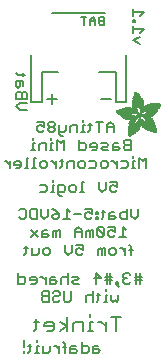
<source format=gbr>
G04 EAGLE Gerber RS-274X export*
G75*
%MOMM*%
%FSLAX34Y34*%
%LPD*%
%INSilkscreen Bottom*%
%IPPOS*%
%AMOC8*
5,1,8,0,0,1.08239X$1,22.5*%
G01*
%ADD10C,0.177800*%
%ADD11C,0.127000*%
%ADD12R,0.050800X0.006300*%
%ADD13R,0.082600X0.006400*%
%ADD14R,0.120600X0.006300*%
%ADD15R,0.139700X0.006400*%
%ADD16R,0.158800X0.006300*%
%ADD17R,0.177800X0.006400*%
%ADD18R,0.196800X0.006300*%
%ADD19R,0.215900X0.006400*%
%ADD20R,0.228600X0.006300*%
%ADD21R,0.241300X0.006400*%
%ADD22R,0.254000X0.006300*%
%ADD23R,0.266700X0.006400*%
%ADD24R,0.279400X0.006300*%
%ADD25R,0.285700X0.006400*%
%ADD26R,0.298400X0.006300*%
%ADD27R,0.311200X0.006400*%
%ADD28R,0.317500X0.006300*%
%ADD29R,0.330200X0.006400*%
%ADD30R,0.336600X0.006300*%
%ADD31R,0.349200X0.006400*%
%ADD32R,0.361900X0.006300*%
%ADD33R,0.368300X0.006400*%
%ADD34R,0.381000X0.006300*%
%ADD35R,0.387300X0.006400*%
%ADD36R,0.393700X0.006300*%
%ADD37R,0.406400X0.006400*%
%ADD38R,0.412700X0.006300*%
%ADD39R,0.419100X0.006400*%
%ADD40R,0.431800X0.006300*%
%ADD41R,0.438100X0.006400*%
%ADD42R,0.450800X0.006300*%
%ADD43R,0.457200X0.006400*%
%ADD44R,0.463500X0.006300*%
%ADD45R,0.476200X0.006400*%
%ADD46R,0.482600X0.006300*%
%ADD47R,0.488900X0.006400*%
%ADD48R,0.501600X0.006300*%
%ADD49R,0.508000X0.006400*%
%ADD50R,0.514300X0.006300*%
%ADD51R,0.527000X0.006400*%
%ADD52R,0.533400X0.006300*%
%ADD53R,0.546100X0.006400*%
%ADD54R,0.552400X0.006300*%
%ADD55R,0.558800X0.006400*%
%ADD56R,0.571500X0.006300*%
%ADD57R,0.577800X0.006400*%
%ADD58R,0.584200X0.006300*%
%ADD59R,0.596900X0.006400*%
%ADD60R,0.603200X0.006300*%
%ADD61R,0.609600X0.006400*%
%ADD62R,0.622300X0.006300*%
%ADD63R,0.628600X0.006400*%
%ADD64R,0.641300X0.006300*%
%ADD65R,0.647700X0.006400*%
%ADD66R,0.063500X0.006300*%
%ADD67R,0.654000X0.006300*%
%ADD68R,0.101600X0.006400*%
%ADD69R,0.666700X0.006400*%
%ADD70R,0.139700X0.006300*%
%ADD71R,0.673100X0.006300*%
%ADD72R,0.165100X0.006400*%
%ADD73R,0.679400X0.006400*%
%ADD74R,0.196900X0.006300*%
%ADD75R,0.692100X0.006300*%
%ADD76R,0.222200X0.006400*%
%ADD77R,0.698500X0.006400*%
%ADD78R,0.247700X0.006300*%
%ADD79R,0.704800X0.006300*%
%ADD80R,0.279400X0.006400*%
%ADD81R,0.717500X0.006400*%
%ADD82R,0.298500X0.006300*%
%ADD83R,0.723900X0.006300*%
%ADD84R,0.736600X0.006400*%
%ADD85R,0.342900X0.006300*%
%ADD86R,0.742900X0.006300*%
%ADD87R,0.374700X0.006400*%
%ADD88R,0.749300X0.006400*%
%ADD89R,0.762000X0.006300*%
%ADD90R,0.412700X0.006400*%
%ADD91R,0.768300X0.006400*%
%ADD92R,0.438100X0.006300*%
%ADD93R,0.774700X0.006300*%
%ADD94R,0.463600X0.006400*%
%ADD95R,0.787400X0.006400*%
%ADD96R,0.793700X0.006300*%
%ADD97R,0.495300X0.006400*%
%ADD98R,0.800100X0.006400*%
%ADD99R,0.520700X0.006300*%
%ADD100R,0.812800X0.006300*%
%ADD101R,0.533400X0.006400*%
%ADD102R,0.819100X0.006400*%
%ADD103R,0.558800X0.006300*%
%ADD104R,0.825500X0.006300*%
%ADD105R,0.577900X0.006400*%
%ADD106R,0.831800X0.006400*%
%ADD107R,0.596900X0.006300*%
%ADD108R,0.844500X0.006300*%
%ADD109R,0.616000X0.006400*%
%ADD110R,0.850900X0.006400*%
%ADD111R,0.635000X0.006300*%
%ADD112R,0.857200X0.006300*%
%ADD113R,0.654100X0.006400*%
%ADD114R,0.863600X0.006400*%
%ADD115R,0.666700X0.006300*%
%ADD116R,0.869900X0.006300*%
%ADD117R,0.685800X0.006400*%
%ADD118R,0.876300X0.006400*%
%ADD119R,0.882600X0.006300*%
%ADD120R,0.723900X0.006400*%
%ADD121R,0.889000X0.006400*%
%ADD122R,0.895300X0.006300*%
%ADD123R,0.755700X0.006400*%
%ADD124R,0.901700X0.006400*%
%ADD125R,0.908000X0.006300*%
%ADD126R,0.793800X0.006400*%
%ADD127R,0.914400X0.006400*%
%ADD128R,0.806400X0.006300*%
%ADD129R,0.920700X0.006300*%
%ADD130R,0.825500X0.006400*%
%ADD131R,0.927100X0.006400*%
%ADD132R,0.933400X0.006300*%
%ADD133R,0.857300X0.006400*%
%ADD134R,0.939800X0.006400*%
%ADD135R,0.870000X0.006300*%
%ADD136R,0.939800X0.006300*%
%ADD137R,0.946100X0.006400*%
%ADD138R,0.952500X0.006300*%
%ADD139R,0.908000X0.006400*%
%ADD140R,0.958800X0.006400*%
%ADD141R,0.965200X0.006300*%
%ADD142R,0.965200X0.006400*%
%ADD143R,0.971500X0.006300*%
%ADD144R,0.952500X0.006400*%
%ADD145R,0.977900X0.006400*%
%ADD146R,0.958800X0.006300*%
%ADD147R,0.984200X0.006300*%
%ADD148R,0.971500X0.006400*%
%ADD149R,0.984200X0.006400*%
%ADD150R,0.990600X0.006300*%
%ADD151R,0.984300X0.006400*%
%ADD152R,0.996900X0.006400*%
%ADD153R,0.997000X0.006300*%
%ADD154R,0.996900X0.006300*%
%ADD155R,1.003300X0.006400*%
%ADD156R,1.016000X0.006300*%
%ADD157R,1.009600X0.006300*%
%ADD158R,1.016000X0.006400*%
%ADD159R,1.009600X0.006400*%
%ADD160R,1.022300X0.006300*%
%ADD161R,1.028700X0.006400*%
%ADD162R,1.035100X0.006300*%
%ADD163R,1.047800X0.006400*%
%ADD164R,1.054100X0.006300*%
%ADD165R,1.028700X0.006300*%
%ADD166R,1.054100X0.006400*%
%ADD167R,1.035000X0.006400*%
%ADD168R,1.060400X0.006300*%
%ADD169R,1.035000X0.006300*%
%ADD170R,1.060500X0.006400*%
%ADD171R,1.041400X0.006400*%
%ADD172R,1.066800X0.006300*%
%ADD173R,1.041400X0.006300*%
%ADD174R,1.079500X0.006400*%
%ADD175R,1.047700X0.006400*%
%ADD176R,1.085900X0.006300*%
%ADD177R,1.047700X0.006300*%
%ADD178R,1.085800X0.006400*%
%ADD179R,1.092200X0.006300*%
%ADD180R,1.085900X0.006400*%
%ADD181R,1.098600X0.006300*%
%ADD182R,1.098600X0.006400*%
%ADD183R,1.060400X0.006400*%
%ADD184R,1.104900X0.006300*%
%ADD185R,1.104900X0.006400*%
%ADD186R,1.066800X0.006400*%
%ADD187R,1.111200X0.006300*%
%ADD188R,1.117600X0.006400*%
%ADD189R,1.117600X0.006300*%
%ADD190R,1.073100X0.006300*%
%ADD191R,1.073100X0.006400*%
%ADD192R,1.124000X0.006300*%
%ADD193R,1.079500X0.006300*%
%ADD194R,1.123900X0.006400*%
%ADD195R,1.130300X0.006300*%
%ADD196R,1.130300X0.006400*%
%ADD197R,1.136700X0.006400*%
%ADD198R,1.136700X0.006300*%
%ADD199R,1.085800X0.006300*%
%ADD200R,1.136600X0.006400*%
%ADD201R,1.136600X0.006300*%
%ADD202R,1.143000X0.006400*%
%ADD203R,1.143000X0.006300*%
%ADD204R,1.149400X0.006300*%
%ADD205R,1.149300X0.006300*%
%ADD206R,1.149300X0.006400*%
%ADD207R,1.149400X0.006400*%
%ADD208R,1.155700X0.006400*%
%ADD209R,1.155700X0.006300*%
%ADD210R,1.060500X0.006300*%
%ADD211R,2.197100X0.006400*%
%ADD212R,2.197100X0.006300*%
%ADD213R,2.184400X0.006300*%
%ADD214R,2.184400X0.006400*%
%ADD215R,2.171700X0.006400*%
%ADD216R,2.171700X0.006300*%
%ADD217R,1.530300X0.006400*%
%ADD218R,1.505000X0.006300*%
%ADD219R,1.492300X0.006400*%
%ADD220R,1.485900X0.006300*%
%ADD221R,0.565200X0.006300*%
%ADD222R,1.473200X0.006400*%
%ADD223R,0.565200X0.006400*%
%ADD224R,1.460500X0.006300*%
%ADD225R,1.454100X0.006400*%
%ADD226R,0.552400X0.006400*%
%ADD227R,1.441500X0.006300*%
%ADD228R,0.546100X0.006300*%
%ADD229R,1.435100X0.006400*%
%ADD230R,0.539800X0.006400*%
%ADD231R,1.428800X0.006300*%
%ADD232R,1.422400X0.006400*%
%ADD233R,1.409700X0.006300*%
%ADD234R,0.527100X0.006300*%
%ADD235R,1.403300X0.006400*%
%ADD236R,0.527100X0.006400*%
%ADD237R,1.390700X0.006300*%
%ADD238R,1.384300X0.006400*%
%ADD239R,0.520700X0.006400*%
%ADD240R,1.384300X0.006300*%
%ADD241R,0.514400X0.006300*%
%ADD242R,1.371600X0.006400*%
%ADD243R,1.365200X0.006300*%
%ADD244R,0.508000X0.006300*%
%ADD245R,1.352600X0.006400*%
%ADD246R,0.501700X0.006400*%
%ADD247R,0.711200X0.006300*%
%ADD248R,0.603300X0.006300*%
%ADD249R,0.501700X0.006300*%
%ADD250R,0.692100X0.006400*%
%ADD251R,0.571500X0.006400*%
%ADD252R,0.679400X0.006300*%
%ADD253R,0.495300X0.006300*%
%ADD254R,0.673100X0.006400*%
%ADD255R,0.666800X0.006300*%
%ADD256R,0.488900X0.006300*%
%ADD257R,0.660400X0.006400*%
%ADD258R,0.482600X0.006400*%
%ADD259R,0.476200X0.006300*%
%ADD260R,0.654000X0.006400*%
%ADD261R,0.469900X0.006400*%
%ADD262R,0.476300X0.006400*%
%ADD263R,0.647700X0.006300*%
%ADD264R,0.457200X0.006300*%
%ADD265R,0.469900X0.006300*%
%ADD266R,0.641300X0.006400*%
%ADD267R,0.444500X0.006400*%
%ADD268R,0.463600X0.006300*%
%ADD269R,0.635000X0.006400*%
%ADD270R,0.463500X0.006400*%
%ADD271R,0.393700X0.006400*%
%ADD272R,0.450800X0.006400*%
%ADD273R,0.628600X0.006300*%
%ADD274R,0.387400X0.006300*%
%ADD275R,0.450900X0.006300*%
%ADD276R,0.628700X0.006400*%
%ADD277R,0.374600X0.006400*%
%ADD278R,0.368300X0.006300*%
%ADD279R,0.438200X0.006300*%
%ADD280R,0.622300X0.006400*%
%ADD281R,0.355600X0.006400*%
%ADD282R,0.431800X0.006400*%
%ADD283R,0.349300X0.006300*%
%ADD284R,0.425400X0.006300*%
%ADD285R,0.615900X0.006300*%
%ADD286R,0.330200X0.006300*%
%ADD287R,0.419100X0.006300*%
%ADD288R,0.616000X0.006300*%
%ADD289R,0.311200X0.006300*%
%ADD290R,0.406400X0.006300*%
%ADD291R,0.615900X0.006400*%
%ADD292R,0.304800X0.006400*%
%ADD293R,0.158800X0.006400*%
%ADD294R,0.609600X0.006300*%
%ADD295R,0.292100X0.006300*%
%ADD296R,0.235000X0.006300*%
%ADD297R,0.387400X0.006400*%
%ADD298R,0.292100X0.006400*%
%ADD299R,0.336500X0.006300*%
%ADD300R,0.260400X0.006300*%
%ADD301R,0.603300X0.006400*%
%ADD302R,0.260400X0.006400*%
%ADD303R,0.362000X0.006400*%
%ADD304R,0.450900X0.006400*%
%ADD305R,0.355600X0.006300*%
%ADD306R,0.342900X0.006400*%
%ADD307R,0.514300X0.006400*%
%ADD308R,0.234900X0.006300*%
%ADD309R,0.539700X0.006300*%
%ADD310R,0.603200X0.006400*%
%ADD311R,0.234900X0.006400*%
%ADD312R,0.920700X0.006400*%
%ADD313R,0.958900X0.006400*%
%ADD314R,0.215900X0.006300*%
%ADD315R,0.209600X0.006400*%
%ADD316R,0.203200X0.006300*%
%ADD317R,1.003300X0.006300*%
%ADD318R,0.203200X0.006400*%
%ADD319R,0.196900X0.006400*%
%ADD320R,0.190500X0.006300*%
%ADD321R,0.190500X0.006400*%
%ADD322R,0.184200X0.006300*%
%ADD323R,0.590500X0.006400*%
%ADD324R,0.184200X0.006400*%
%ADD325R,0.590500X0.006300*%
%ADD326R,0.177800X0.006300*%
%ADD327R,0.584200X0.006400*%
%ADD328R,1.168400X0.006400*%
%ADD329R,0.171500X0.006300*%
%ADD330R,1.187500X0.006300*%
%ADD331R,1.200100X0.006400*%
%ADD332R,0.577800X0.006300*%
%ADD333R,1.212900X0.006300*%
%ADD334R,1.231900X0.006400*%
%ADD335R,1.250900X0.006300*%
%ADD336R,0.565100X0.006400*%
%ADD337R,0.184100X0.006400*%
%ADD338R,1.263700X0.006400*%
%ADD339R,0.565100X0.006300*%
%ADD340R,1.289100X0.006300*%
%ADD341R,1.314400X0.006400*%
%ADD342R,0.552500X0.006300*%
%ADD343R,1.568500X0.006300*%
%ADD344R,0.552500X0.006400*%
%ADD345R,1.581200X0.006400*%
%ADD346R,1.593800X0.006300*%
%ADD347R,1.606500X0.006400*%
%ADD348R,1.619300X0.006300*%
%ADD349R,0.514400X0.006400*%
%ADD350R,1.638300X0.006400*%
%ADD351R,1.657300X0.006300*%
%ADD352R,2.209800X0.006400*%
%ADD353R,2.425700X0.006300*%
%ADD354R,2.470100X0.006400*%
%ADD355R,2.501900X0.006300*%
%ADD356R,2.533700X0.006400*%
%ADD357R,2.559000X0.006300*%
%ADD358R,2.584500X0.006400*%
%ADD359R,2.609900X0.006300*%
%ADD360R,2.628900X0.006400*%
%ADD361R,2.660600X0.006300*%
%ADD362R,2.673400X0.006400*%
%ADD363R,1.422400X0.006300*%
%ADD364R,1.200200X0.006300*%
%ADD365R,1.365300X0.006300*%
%ADD366R,1.365300X0.006400*%
%ADD367R,1.352500X0.006300*%
%ADD368R,1.098500X0.006300*%
%ADD369R,1.358900X0.006400*%
%ADD370R,1.352600X0.006300*%
%ADD371R,1.358900X0.006300*%
%ADD372R,1.371600X0.006300*%
%ADD373R,1.377900X0.006400*%
%ADD374R,1.397000X0.006400*%
%ADD375R,1.403300X0.006300*%
%ADD376R,0.914400X0.006300*%
%ADD377R,0.876300X0.006300*%
%ADD378R,0.374600X0.006300*%
%ADD379R,1.073200X0.006400*%
%ADD380R,0.374700X0.006300*%
%ADD381R,0.844600X0.006400*%
%ADD382R,0.844600X0.006300*%
%ADD383R,0.831900X0.006400*%
%ADD384R,1.092200X0.006400*%
%ADD385R,0.400000X0.006300*%
%ADD386R,0.819200X0.006400*%
%ADD387R,1.111300X0.006400*%
%ADD388R,0.812800X0.006400*%
%ADD389R,0.800100X0.006300*%
%ADD390R,0.476300X0.006300*%
%ADD391R,1.181100X0.006300*%
%ADD392R,0.501600X0.006400*%
%ADD393R,1.193800X0.006400*%
%ADD394R,0.781000X0.006400*%
%ADD395R,1.238200X0.006400*%
%ADD396R,0.781100X0.006300*%
%ADD397R,1.257300X0.006300*%
%ADD398R,1.295400X0.006400*%
%ADD399R,1.333500X0.006300*%
%ADD400R,0.774700X0.006400*%
%ADD401R,1.866900X0.006400*%
%ADD402R,0.209600X0.006300*%
%ADD403R,1.866900X0.006300*%
%ADD404R,0.768400X0.006400*%
%ADD405R,0.209500X0.006400*%
%ADD406R,1.860600X0.006400*%
%ADD407R,0.762000X0.006400*%
%ADD408R,0.768400X0.006300*%
%ADD409R,1.860600X0.006300*%
%ADD410R,1.860500X0.006400*%
%ADD411R,0.222300X0.006300*%
%ADD412R,1.854200X0.006300*%
%ADD413R,0.235000X0.006400*%
%ADD414R,1.854200X0.006400*%
%ADD415R,0.768300X0.006300*%
%ADD416R,0.260300X0.006400*%
%ADD417R,1.847800X0.006400*%
%ADD418R,0.266700X0.006300*%
%ADD419R,1.847800X0.006300*%
%ADD420R,0.273100X0.006400*%
%ADD421R,1.841500X0.006400*%
%ADD422R,0.285800X0.006300*%
%ADD423R,1.841500X0.006300*%
%ADD424R,0.298500X0.006400*%
%ADD425R,1.835100X0.006400*%
%ADD426R,0.781000X0.006300*%
%ADD427R,0.304800X0.006300*%
%ADD428R,1.835100X0.006300*%
%ADD429R,0.317500X0.006400*%
%ADD430R,1.828800X0.006400*%
%ADD431R,0.787400X0.006300*%
%ADD432R,0.323800X0.006300*%
%ADD433R,1.828800X0.006300*%
%ADD434R,0.793700X0.006400*%
%ADD435R,1.822400X0.006400*%
%ADD436R,0.806500X0.006300*%
%ADD437R,1.822400X0.006300*%
%ADD438R,1.816100X0.006400*%
%ADD439R,0.819100X0.006300*%
%ADD440R,0.387300X0.006300*%
%ADD441R,1.816100X0.006300*%
%ADD442R,1.809800X0.006400*%
%ADD443R,1.803400X0.006300*%
%ADD444R,1.797000X0.006400*%
%ADD445R,0.901700X0.006300*%
%ADD446R,1.797000X0.006300*%
%ADD447R,1.441400X0.006400*%
%ADD448R,1.790700X0.006400*%
%ADD449R,1.447800X0.006300*%
%ADD450R,1.784300X0.006300*%
%ADD451R,1.447800X0.006400*%
%ADD452R,1.784300X0.006400*%
%ADD453R,1.454100X0.006300*%
%ADD454R,1.771700X0.006300*%
%ADD455R,1.460500X0.006400*%
%ADD456R,1.759000X0.006400*%
%ADD457R,1.466800X0.006300*%
%ADD458R,1.752600X0.006300*%
%ADD459R,1.466800X0.006400*%
%ADD460R,1.739900X0.006400*%
%ADD461R,1.473200X0.006300*%
%ADD462R,1.727200X0.006300*%
%ADD463R,1.479500X0.006400*%
%ADD464R,1.714500X0.006400*%
%ADD465R,1.695400X0.006300*%
%ADD466R,1.485900X0.006400*%
%ADD467R,1.682700X0.006400*%
%ADD468R,1.492200X0.006300*%
%ADD469R,1.663700X0.006300*%
%ADD470R,1.498600X0.006400*%
%ADD471R,1.644600X0.006400*%
%ADD472R,1.498600X0.006300*%
%ADD473R,1.619200X0.006300*%
%ADD474R,1.511300X0.006400*%
%ADD475R,1.600200X0.006400*%
%ADD476R,1.517700X0.006300*%
%ADD477R,1.574800X0.006300*%
%ADD478R,1.524000X0.006400*%
%ADD479R,1.555800X0.006400*%
%ADD480R,1.524000X0.006300*%
%ADD481R,1.536700X0.006300*%
%ADD482R,1.530400X0.006400*%
%ADD483R,1.517700X0.006400*%
%ADD484R,1.492300X0.006300*%
%ADD485R,1.549400X0.006400*%
%ADD486R,1.479600X0.006400*%
%ADD487R,1.549400X0.006300*%
%ADD488R,1.555700X0.006400*%
%ADD489R,1.562100X0.006300*%
%ADD490R,0.323900X0.006300*%
%ADD491R,1.568400X0.006400*%
%ADD492R,0.336600X0.006400*%
%ADD493R,1.587500X0.006300*%
%ADD494R,0.971600X0.006300*%
%ADD495R,0.349300X0.006400*%
%ADD496R,1.600200X0.006300*%
%ADD497R,0.920800X0.006300*%
%ADD498R,0.882700X0.006400*%
%ADD499R,1.612900X0.006300*%
%ADD500R,0.362000X0.006300*%
%ADD501R,1.625600X0.006400*%
%ADD502R,1.625600X0.006300*%
%ADD503R,1.644600X0.006300*%
%ADD504R,0.736600X0.006300*%
%ADD505R,0.717600X0.006400*%
%ADD506R,1.657400X0.006300*%
%ADD507R,0.679500X0.006300*%
%ADD508R,1.663700X0.006400*%
%ADD509R,0.400000X0.006400*%
%ADD510R,1.676400X0.006300*%
%ADD511R,1.676400X0.006400*%
%ADD512R,0.425500X0.006400*%
%ADD513R,1.352500X0.006400*%
%ADD514R,0.444500X0.006300*%
%ADD515R,0.361900X0.006400*%
%ADD516R,0.088900X0.006300*%
%ADD517R,1.009700X0.006300*%
%ADD518R,1.009700X0.006400*%
%ADD519R,1.022300X0.006400*%
%ADD520R,1.346200X0.006400*%
%ADD521R,1.346200X0.006300*%
%ADD522R,1.339900X0.006400*%
%ADD523R,1.035100X0.006400*%
%ADD524R,1.339800X0.006300*%
%ADD525R,1.333500X0.006400*%
%ADD526R,1.327200X0.006400*%
%ADD527R,1.320800X0.006300*%
%ADD528R,1.314500X0.006400*%
%ADD529R,1.314400X0.006300*%
%ADD530R,1.301700X0.006400*%
%ADD531R,1.295400X0.006300*%
%ADD532R,1.289000X0.006400*%
%ADD533R,1.276300X0.006300*%
%ADD534R,1.251000X0.006300*%
%ADD535R,1.244600X0.006400*%
%ADD536R,1.231900X0.006300*%
%ADD537R,1.212800X0.006400*%
%ADD538R,1.200100X0.006300*%
%ADD539R,1.187400X0.006400*%
%ADD540R,1.168400X0.006300*%
%ADD541R,1.047800X0.006300*%
%ADD542R,0.977900X0.006300*%
%ADD543R,0.946200X0.006400*%
%ADD544R,0.933400X0.006400*%
%ADD545R,0.895300X0.006400*%
%ADD546R,0.882700X0.006300*%
%ADD547R,0.863600X0.006300*%
%ADD548R,0.857200X0.006400*%
%ADD549R,0.850900X0.006300*%
%ADD550R,0.838200X0.006300*%
%ADD551R,0.806500X0.006400*%
%ADD552R,0.717600X0.006300*%
%ADD553R,0.711200X0.006400*%
%ADD554R,0.641400X0.006400*%
%ADD555R,0.641400X0.006300*%
%ADD556R,0.628700X0.006300*%
%ADD557R,0.590600X0.006300*%
%ADD558R,0.539700X0.006400*%
%ADD559R,0.285700X0.006300*%
%ADD560R,0.222200X0.006300*%
%ADD561R,0.171400X0.006300*%
%ADD562R,0.152400X0.006400*%
%ADD563R,0.133400X0.006300*%
%ADD564C,0.203200*%
%ADD565C,0.152400*%


D10*
X31789Y-117221D02*
X31789Y-104764D01*
X35941Y-104764D02*
X27637Y-104764D01*
X22844Y-108917D02*
X22844Y-117221D01*
X22844Y-113069D02*
X18692Y-108917D01*
X16615Y-108917D01*
X11929Y-108917D02*
X9853Y-108917D01*
X9853Y-117221D01*
X11929Y-117221D02*
X7777Y-117221D01*
X9853Y-104764D02*
X9853Y-102688D01*
X3198Y-108917D02*
X3198Y-117221D01*
X3198Y-108917D02*
X-3030Y-108917D01*
X-5107Y-110993D01*
X-5107Y-117221D01*
X-9899Y-117221D02*
X-9899Y-104764D01*
X-9899Y-113069D02*
X-16128Y-117221D01*
X-9899Y-113069D02*
X-16128Y-108917D01*
X-22890Y-117221D02*
X-27042Y-117221D01*
X-22890Y-117221D02*
X-20814Y-115145D01*
X-20814Y-110993D01*
X-22890Y-108917D01*
X-27042Y-108917D01*
X-29118Y-110993D01*
X-29118Y-113069D01*
X-20814Y-113069D01*
X-35987Y-115145D02*
X-35987Y-106840D01*
X-35987Y-115145D02*
X-38063Y-117221D01*
X-38063Y-108917D02*
X-33911Y-108917D01*
D11*
X29857Y51435D02*
X29857Y57367D01*
X26892Y60333D01*
X23926Y57367D01*
X23926Y51435D01*
X23926Y55884D02*
X29857Y55884D01*
X17536Y51435D02*
X17536Y60333D01*
X14571Y60333D02*
X20502Y60333D01*
X9664Y58850D02*
X9664Y52918D01*
X8181Y51435D01*
X8181Y57367D02*
X11147Y57367D01*
X4910Y57367D02*
X3427Y57367D01*
X3427Y51435D01*
X4910Y51435D02*
X1944Y51435D01*
X3427Y60333D02*
X3427Y61816D01*
X-1327Y57367D02*
X-1327Y51435D01*
X-1327Y57367D02*
X-5775Y57367D01*
X-7258Y55884D01*
X-7258Y51435D01*
X-10682Y52918D02*
X-10682Y57367D01*
X-10682Y52918D02*
X-12165Y51435D01*
X-16613Y51435D01*
X-16613Y49952D02*
X-16613Y57367D01*
X-16613Y49952D02*
X-15131Y48469D01*
X-13648Y48469D01*
X-20037Y58850D02*
X-21520Y60333D01*
X-24486Y60333D01*
X-25969Y58850D01*
X-25969Y57367D01*
X-24486Y55884D01*
X-25969Y54401D01*
X-25969Y52918D01*
X-24486Y51435D01*
X-21520Y51435D01*
X-20037Y52918D01*
X-20037Y54401D01*
X-21520Y55884D01*
X-20037Y57367D01*
X-20037Y58850D01*
X-21520Y55884D02*
X-24486Y55884D01*
X-29392Y60333D02*
X-35324Y60333D01*
X-29392Y60333D02*
X-29392Y55884D01*
X-32358Y57367D01*
X-33841Y57367D01*
X-35324Y55884D01*
X-35324Y52918D01*
X-33841Y51435D01*
X-30875Y51435D01*
X-29392Y52918D01*
X43890Y45093D02*
X43890Y36195D01*
X43890Y45093D02*
X39441Y45093D01*
X37958Y43610D01*
X37958Y42127D01*
X39441Y40644D01*
X37958Y39161D01*
X37958Y37678D01*
X39441Y36195D01*
X43890Y36195D01*
X43890Y40644D02*
X39441Y40644D01*
X33052Y42127D02*
X30086Y42127D01*
X28603Y40644D01*
X28603Y36195D01*
X33052Y36195D01*
X34535Y37678D01*
X33052Y39161D01*
X28603Y39161D01*
X25180Y36195D02*
X20731Y36195D01*
X19248Y37678D01*
X20731Y39161D01*
X23697Y39161D01*
X25180Y40644D01*
X23697Y42127D01*
X19248Y42127D01*
X14342Y36195D02*
X11376Y36195D01*
X14342Y36195D02*
X15825Y37678D01*
X15825Y40644D01*
X14342Y42127D01*
X11376Y42127D01*
X9893Y40644D01*
X9893Y39161D01*
X15825Y39161D01*
X538Y36195D02*
X538Y45093D01*
X538Y36195D02*
X4987Y36195D01*
X6469Y37678D01*
X6469Y40644D01*
X4987Y42127D01*
X538Y42127D01*
X-12241Y45093D02*
X-12241Y36195D01*
X-15207Y42127D02*
X-12241Y45093D01*
X-15207Y42127D02*
X-18173Y45093D01*
X-18173Y36195D01*
X-21596Y42127D02*
X-23079Y42127D01*
X-23079Y36195D01*
X-21596Y36195D02*
X-24562Y36195D01*
X-23079Y45093D02*
X-23079Y46576D01*
X-27833Y42127D02*
X-27833Y36195D01*
X-27833Y42127D02*
X-32282Y42127D01*
X-33765Y40644D01*
X-33765Y36195D01*
X-37188Y42127D02*
X-38671Y42127D01*
X-38671Y36195D01*
X-37188Y36195D02*
X-40154Y36195D01*
X-38671Y45093D02*
X-38671Y46576D01*
X57143Y29853D02*
X57143Y20955D01*
X54178Y26887D02*
X57143Y29853D01*
X54178Y26887D02*
X51212Y29853D01*
X51212Y20955D01*
X47788Y26887D02*
X46305Y26887D01*
X46305Y20955D01*
X47788Y20955D02*
X44822Y20955D01*
X46305Y29853D02*
X46305Y31336D01*
X40069Y26887D02*
X35620Y26887D01*
X40069Y26887D02*
X41551Y25404D01*
X41551Y22438D01*
X40069Y20955D01*
X35620Y20955D01*
X32196Y20955D02*
X32196Y26887D01*
X32196Y23921D02*
X29230Y26887D01*
X27747Y26887D01*
X22917Y20955D02*
X19951Y20955D01*
X18469Y22438D01*
X18469Y25404D01*
X19951Y26887D01*
X22917Y26887D01*
X24400Y25404D01*
X24400Y22438D01*
X22917Y20955D01*
X13562Y26887D02*
X9113Y26887D01*
X13562Y26887D02*
X15045Y25404D01*
X15045Y22438D01*
X13562Y20955D01*
X9113Y20955D01*
X4207Y20955D02*
X1241Y20955D01*
X-242Y22438D01*
X-242Y25404D01*
X1241Y26887D01*
X4207Y26887D01*
X5690Y25404D01*
X5690Y22438D01*
X4207Y20955D01*
X-3665Y20955D02*
X-3665Y26887D01*
X-8114Y26887D01*
X-9597Y25404D01*
X-9597Y20955D01*
X-14503Y22438D02*
X-14503Y28370D01*
X-14503Y22438D02*
X-15986Y20955D01*
X-15986Y26887D02*
X-13021Y26887D01*
X-19257Y26887D02*
X-19257Y20955D01*
X-19257Y23921D02*
X-22223Y26887D01*
X-23706Y26887D01*
X-28536Y20955D02*
X-31502Y20955D01*
X-32985Y22438D01*
X-32985Y25404D01*
X-31502Y26887D01*
X-28536Y26887D01*
X-27053Y25404D01*
X-27053Y22438D01*
X-28536Y20955D01*
X-36408Y29853D02*
X-37891Y29853D01*
X-37891Y20955D01*
X-36408Y20955D02*
X-39374Y20955D01*
X-42645Y29853D02*
X-44128Y29853D01*
X-44128Y20955D01*
X-42645Y20955D02*
X-45611Y20955D01*
X-50365Y20955D02*
X-53331Y20955D01*
X-50365Y20955D02*
X-48882Y22438D01*
X-48882Y25404D01*
X-50365Y26887D01*
X-53331Y26887D01*
X-54814Y25404D01*
X-54814Y23921D01*
X-48882Y23921D01*
X-58237Y20955D02*
X-58237Y26887D01*
X-58237Y23921D02*
X-61203Y26887D01*
X-62686Y26887D01*
X26466Y9533D02*
X32397Y9533D01*
X32397Y5084D01*
X29432Y6567D01*
X27949Y6567D01*
X26466Y5084D01*
X26466Y2118D01*
X27949Y635D01*
X30914Y635D01*
X32397Y2118D01*
X23042Y3601D02*
X23042Y9533D01*
X23042Y3601D02*
X20076Y635D01*
X17110Y3601D01*
X17110Y9533D01*
X4332Y9533D02*
X2849Y9533D01*
X2849Y635D01*
X4332Y635D02*
X1366Y635D01*
X-3388Y635D02*
X-6354Y635D01*
X-7837Y2118D01*
X-7837Y5084D01*
X-6354Y6567D01*
X-3388Y6567D01*
X-1905Y5084D01*
X-1905Y2118D01*
X-3388Y635D01*
X-14226Y-2331D02*
X-15709Y-2331D01*
X-17192Y-848D01*
X-17192Y6567D01*
X-12743Y6567D01*
X-11260Y5084D01*
X-11260Y2118D01*
X-12743Y635D01*
X-17192Y635D01*
X-20615Y6567D02*
X-22098Y6567D01*
X-22098Y635D01*
X-20615Y635D02*
X-23581Y635D01*
X-22098Y9533D02*
X-22098Y11016D01*
X-28335Y6567D02*
X-32784Y6567D01*
X-28335Y6567D02*
X-26852Y5084D01*
X-26852Y2118D01*
X-28335Y635D01*
X-32784Y635D01*
X50328Y-13327D02*
X50328Y-19259D01*
X47362Y-22225D01*
X44396Y-19259D01*
X44396Y-13327D01*
X40973Y-13327D02*
X40973Y-22225D01*
X36524Y-22225D01*
X35041Y-20742D01*
X35041Y-17776D01*
X36524Y-16293D01*
X40973Y-16293D01*
X30135Y-16293D02*
X27169Y-16293D01*
X25686Y-17776D01*
X25686Y-22225D01*
X30135Y-22225D01*
X31618Y-20742D01*
X30135Y-19259D01*
X25686Y-19259D01*
X20780Y-20742D02*
X20780Y-14810D01*
X20780Y-20742D02*
X19297Y-22225D01*
X19297Y-16293D02*
X22263Y-16293D01*
X16026Y-16293D02*
X14543Y-16293D01*
X14543Y-17776D01*
X16026Y-17776D01*
X16026Y-16293D01*
X16026Y-20742D02*
X14543Y-20742D01*
X14543Y-22225D01*
X16026Y-22225D01*
X16026Y-20742D01*
X11348Y-13327D02*
X5417Y-13327D01*
X11348Y-13327D02*
X11348Y-17776D01*
X8382Y-16293D01*
X6899Y-16293D01*
X5417Y-17776D01*
X5417Y-20742D01*
X6899Y-22225D01*
X9865Y-22225D01*
X11348Y-20742D01*
X1993Y-17776D02*
X-3939Y-17776D01*
X-7362Y-16293D02*
X-10328Y-13327D01*
X-10328Y-22225D01*
X-7362Y-22225D02*
X-13294Y-22225D01*
X-19683Y-14810D02*
X-22649Y-13327D01*
X-19683Y-14810D02*
X-16717Y-17776D01*
X-16717Y-20742D01*
X-18200Y-22225D01*
X-21166Y-22225D01*
X-22649Y-20742D01*
X-22649Y-19259D01*
X-21166Y-17776D01*
X-16717Y-17776D01*
X-26073Y-19259D02*
X-26073Y-13327D01*
X-26073Y-19259D02*
X-29038Y-22225D01*
X-32004Y-19259D01*
X-32004Y-13327D01*
X-35428Y-13327D02*
X-35428Y-22225D01*
X-39877Y-22225D01*
X-41359Y-20742D01*
X-41359Y-14810D01*
X-39877Y-13327D01*
X-35428Y-13327D01*
X-49232Y-13327D02*
X-50715Y-14810D01*
X-49232Y-13327D02*
X-46266Y-13327D01*
X-44783Y-14810D01*
X-44783Y-20742D01*
X-46266Y-22225D01*
X-49232Y-22225D01*
X-50715Y-20742D01*
X37228Y-28567D02*
X40193Y-31533D01*
X37228Y-28567D02*
X37228Y-37465D01*
X40193Y-37465D02*
X34262Y-37465D01*
X30838Y-28567D02*
X24906Y-28567D01*
X30838Y-28567D02*
X30838Y-33016D01*
X27872Y-31533D01*
X26389Y-31533D01*
X24906Y-33016D01*
X24906Y-35982D01*
X26389Y-37465D01*
X29355Y-37465D01*
X30838Y-35982D01*
X21483Y-35982D02*
X21483Y-30050D01*
X20000Y-28567D01*
X17034Y-28567D01*
X15551Y-30050D01*
X15551Y-35982D01*
X17034Y-37465D01*
X20000Y-37465D01*
X21483Y-35982D01*
X15551Y-30050D01*
X12128Y-31533D02*
X12128Y-37465D01*
X12128Y-31533D02*
X10645Y-31533D01*
X9162Y-33016D01*
X9162Y-37465D01*
X9162Y-33016D02*
X7679Y-31533D01*
X6196Y-33016D01*
X6196Y-37465D01*
X2773Y-37465D02*
X2773Y-31533D01*
X-193Y-28567D01*
X-3159Y-31533D01*
X-3159Y-37465D01*
X-3159Y-33016D02*
X2773Y-33016D01*
X-15938Y-31533D02*
X-15938Y-37465D01*
X-15938Y-31533D02*
X-17421Y-31533D01*
X-18904Y-33016D01*
X-18904Y-37465D01*
X-18904Y-33016D02*
X-20387Y-31533D01*
X-21869Y-33016D01*
X-21869Y-37465D01*
X-26776Y-31533D02*
X-29742Y-31533D01*
X-31225Y-33016D01*
X-31225Y-37465D01*
X-26776Y-37465D01*
X-25293Y-35982D01*
X-26776Y-34499D01*
X-31225Y-34499D01*
X-34648Y-31533D02*
X-40580Y-37465D01*
X-34648Y-37465D02*
X-40580Y-31533D01*
X44168Y-45290D02*
X44168Y-52705D01*
X44168Y-45290D02*
X42685Y-43807D01*
X42685Y-48256D02*
X45651Y-48256D01*
X39414Y-46773D02*
X39414Y-52705D01*
X39414Y-49739D02*
X36448Y-46773D01*
X34965Y-46773D01*
X30135Y-52705D02*
X27169Y-52705D01*
X25686Y-51222D01*
X25686Y-48256D01*
X27169Y-46773D01*
X30135Y-46773D01*
X31618Y-48256D01*
X31618Y-51222D01*
X30135Y-52705D01*
X22263Y-52705D02*
X22263Y-46773D01*
X20780Y-46773D01*
X19297Y-48256D01*
X19297Y-52705D01*
X19297Y-48256D02*
X17814Y-46773D01*
X16331Y-48256D01*
X16331Y-52705D01*
X3552Y-43807D02*
X-2379Y-43807D01*
X3552Y-43807D02*
X3552Y-48256D01*
X586Y-46773D01*
X-897Y-46773D01*
X-2379Y-48256D01*
X-2379Y-51222D01*
X-897Y-52705D01*
X2069Y-52705D01*
X3552Y-51222D01*
X-5803Y-49739D02*
X-5803Y-43807D01*
X-5803Y-49739D02*
X-8769Y-52705D01*
X-11735Y-49739D01*
X-11735Y-43807D01*
X-25996Y-52705D02*
X-28962Y-52705D01*
X-30445Y-51222D01*
X-30445Y-48256D01*
X-28962Y-46773D01*
X-25996Y-46773D01*
X-24513Y-48256D01*
X-24513Y-51222D01*
X-25996Y-52705D01*
X-33869Y-51222D02*
X-33869Y-46773D01*
X-33869Y-51222D02*
X-35351Y-52705D01*
X-39800Y-52705D01*
X-39800Y-46773D01*
X-44707Y-45290D02*
X-44707Y-51222D01*
X-46190Y-52705D01*
X-46190Y-46773D02*
X-43224Y-46773D01*
X51674Y-67937D02*
X51674Y-76835D01*
X48709Y-76835D02*
X48709Y-67937D01*
X48709Y-70903D02*
X53157Y-70903D01*
X48709Y-70903D02*
X47226Y-70903D01*
X47226Y-73869D02*
X53157Y-73869D01*
X43802Y-69420D02*
X42319Y-67937D01*
X39353Y-67937D01*
X37870Y-69420D01*
X37870Y-70903D01*
X39353Y-72386D01*
X40836Y-72386D01*
X39353Y-72386D02*
X37870Y-73869D01*
X37870Y-75352D01*
X39353Y-76835D01*
X42319Y-76835D01*
X43802Y-75352D01*
X34447Y-79801D02*
X31481Y-76835D01*
X31481Y-75352D01*
X32964Y-75352D01*
X32964Y-76835D01*
X31481Y-76835D01*
X26727Y-76835D02*
X26727Y-67937D01*
X23761Y-67937D02*
X23761Y-76835D01*
X23761Y-70903D02*
X28210Y-70903D01*
X23761Y-70903D02*
X22279Y-70903D01*
X22279Y-73869D02*
X28210Y-73869D01*
X14406Y-76835D02*
X14406Y-67937D01*
X18855Y-72386D01*
X12923Y-72386D01*
X145Y-76835D02*
X-4304Y-76835D01*
X-5787Y-75352D01*
X-4304Y-73869D01*
X-1338Y-73869D01*
X145Y-72386D01*
X-1338Y-70903D01*
X-5787Y-70903D01*
X-9211Y-67937D02*
X-9211Y-76835D01*
X-9211Y-72386D02*
X-10693Y-70903D01*
X-13659Y-70903D01*
X-15142Y-72386D01*
X-15142Y-76835D01*
X-20049Y-70903D02*
X-23015Y-70903D01*
X-24497Y-72386D01*
X-24497Y-76835D01*
X-20049Y-76835D01*
X-18566Y-75352D01*
X-20049Y-73869D01*
X-24497Y-73869D01*
X-27921Y-76835D02*
X-27921Y-70903D01*
X-27921Y-73869D02*
X-30887Y-70903D01*
X-32370Y-70903D01*
X-37200Y-76835D02*
X-40166Y-76835D01*
X-37200Y-76835D02*
X-35717Y-75352D01*
X-35717Y-72386D01*
X-37200Y-70903D01*
X-40166Y-70903D01*
X-41649Y-72386D01*
X-41649Y-73869D01*
X-35717Y-73869D01*
X-51004Y-76835D02*
X-51004Y-67937D01*
X-51004Y-76835D02*
X-46555Y-76835D01*
X-45072Y-75352D01*
X-45072Y-72386D01*
X-46555Y-70903D01*
X-51004Y-70903D01*
X33667Y-86143D02*
X33667Y-90592D01*
X32184Y-92075D01*
X30702Y-90592D01*
X29219Y-92075D01*
X27736Y-90592D01*
X27736Y-86143D01*
X24312Y-86143D02*
X22829Y-86143D01*
X22829Y-92075D01*
X24312Y-92075D02*
X21346Y-92075D01*
X22829Y-83177D02*
X22829Y-81694D01*
X16593Y-84660D02*
X16593Y-90592D01*
X15110Y-92075D01*
X15110Y-86143D02*
X18075Y-86143D01*
X11839Y-83177D02*
X11839Y-92075D01*
X11839Y-87626D02*
X10356Y-86143D01*
X7390Y-86143D01*
X5907Y-87626D01*
X5907Y-92075D01*
X-6872Y-90592D02*
X-6872Y-83177D01*
X-6872Y-90592D02*
X-8355Y-92075D01*
X-11321Y-92075D01*
X-12803Y-90592D01*
X-12803Y-83177D01*
X-20676Y-83177D02*
X-22159Y-84660D01*
X-20676Y-83177D02*
X-17710Y-83177D01*
X-16227Y-84660D01*
X-16227Y-86143D01*
X-17710Y-87626D01*
X-20676Y-87626D01*
X-22159Y-89109D01*
X-22159Y-90592D01*
X-20676Y-92075D01*
X-17710Y-92075D01*
X-16227Y-90592D01*
X-25582Y-92075D02*
X-25582Y-83177D01*
X-30031Y-83177D01*
X-31514Y-84660D01*
X-31514Y-86143D01*
X-30031Y-87626D01*
X-31514Y-89109D01*
X-31514Y-90592D01*
X-30031Y-92075D01*
X-25582Y-92075D01*
X-25582Y-87626D02*
X-30031Y-87626D01*
X13199Y-129323D02*
X16165Y-129323D01*
X13199Y-129323D02*
X11716Y-130806D01*
X11716Y-135255D01*
X16165Y-135255D01*
X17648Y-133772D01*
X16165Y-132289D01*
X11716Y-132289D01*
X2361Y-135255D02*
X2361Y-126357D01*
X2361Y-135255D02*
X6810Y-135255D01*
X8293Y-133772D01*
X8293Y-130806D01*
X6810Y-129323D01*
X2361Y-129323D01*
X-2546Y-129323D02*
X-5511Y-129323D01*
X-6994Y-130806D01*
X-6994Y-135255D01*
X-2546Y-135255D01*
X-1063Y-133772D01*
X-2546Y-132289D01*
X-6994Y-132289D01*
X-11901Y-135255D02*
X-11901Y-127840D01*
X-13384Y-126357D01*
X-13384Y-130806D02*
X-10418Y-130806D01*
X-16655Y-129323D02*
X-16655Y-135255D01*
X-16655Y-132289D02*
X-19620Y-129323D01*
X-21103Y-129323D01*
X-24451Y-129323D02*
X-24451Y-133772D01*
X-25933Y-135255D01*
X-30382Y-135255D01*
X-30382Y-129323D01*
X-33806Y-129323D02*
X-35289Y-129323D01*
X-35289Y-135255D01*
X-33806Y-135255D02*
X-36772Y-135255D01*
X-35289Y-126357D02*
X-35289Y-124874D01*
X-41525Y-127840D02*
X-41525Y-133772D01*
X-43008Y-135255D01*
X-43008Y-129323D02*
X-40043Y-129323D01*
X-46279Y-133772D02*
X-46279Y-135255D01*
X-46279Y-130806D02*
X-46279Y-124874D01*
X-43807Y70485D02*
X-49739Y70485D01*
X-52705Y73451D01*
X-49739Y76417D01*
X-43807Y76417D01*
X-43807Y79840D02*
X-52705Y79840D01*
X-43807Y79840D02*
X-43807Y84289D01*
X-45290Y85772D01*
X-46773Y85772D01*
X-48256Y84289D01*
X-49739Y85772D01*
X-51222Y85772D01*
X-52705Y84289D01*
X-52705Y79840D01*
X-48256Y79840D02*
X-48256Y84289D01*
X-46773Y90678D02*
X-46773Y93644D01*
X-48256Y95127D01*
X-52705Y95127D01*
X-52705Y90678D01*
X-51222Y89195D01*
X-49739Y90678D01*
X-49739Y95127D01*
X-51222Y100033D02*
X-45290Y100033D01*
X-51222Y100033D02*
X-52705Y101516D01*
X-46773Y101516D02*
X-46773Y98551D01*
D10*
X-26973Y79507D02*
X-18669Y79507D01*
X-22821Y75355D02*
X-22821Y83660D01*
X18747Y79507D02*
X27051Y79507D01*
D11*
X52287Y126365D02*
X46355Y129331D01*
X52287Y132297D01*
X52287Y135720D02*
X55253Y138686D01*
X46355Y138686D01*
X46355Y135720D02*
X46355Y141652D01*
X46355Y145075D02*
X47838Y145075D01*
X47838Y146558D01*
X46355Y146558D01*
X46355Y145075D01*
X52287Y149753D02*
X55253Y152719D01*
X46355Y152719D01*
X46355Y149753D02*
X46355Y155685D01*
D12*
X43212Y47181D03*
D13*
X43180Y47244D03*
D14*
X43180Y47308D03*
D15*
X43212Y47371D03*
D16*
X43180Y47435D03*
D17*
X43212Y47498D03*
D18*
X43180Y47562D03*
D19*
X43212Y47625D03*
D20*
X43212Y47689D03*
D21*
X43276Y47752D03*
D22*
X43275Y47816D03*
D23*
X43339Y47879D03*
D24*
X43339Y47943D03*
D25*
X43371Y48006D03*
D26*
X43434Y48070D03*
D27*
X43434Y48133D03*
D28*
X43466Y48197D03*
D29*
X43529Y48260D03*
D30*
X43561Y48324D03*
D31*
X43561Y48387D03*
D32*
X43625Y48451D03*
D33*
X43657Y48514D03*
D34*
X43720Y48578D03*
D35*
X43752Y48641D03*
D36*
X43784Y48705D03*
D37*
X43847Y48768D03*
D38*
X43879Y48832D03*
D39*
X43911Y48895D03*
D40*
X43974Y48959D03*
D41*
X44006Y49022D03*
D42*
X44069Y49086D03*
D43*
X44101Y49149D03*
D44*
X44133Y49213D03*
D45*
X44196Y49276D03*
D46*
X44228Y49340D03*
D47*
X44260Y49403D03*
D48*
X44323Y49467D03*
D49*
X44355Y49530D03*
D50*
X44387Y49594D03*
D51*
X44450Y49657D03*
D52*
X44482Y49721D03*
D53*
X44546Y49784D03*
D54*
X44577Y49848D03*
D55*
X44609Y49911D03*
D56*
X44673Y49975D03*
D57*
X44704Y50038D03*
D58*
X44736Y50102D03*
D59*
X44800Y50165D03*
D60*
X44831Y50229D03*
D61*
X44863Y50292D03*
D62*
X44927Y50356D03*
D63*
X44958Y50419D03*
D64*
X45022Y50483D03*
D65*
X45054Y50546D03*
D66*
X64866Y50610D03*
D67*
X45085Y50610D03*
D68*
X64865Y50673D03*
D69*
X45149Y50673D03*
D70*
X64802Y50737D03*
D71*
X45181Y50737D03*
D72*
X64739Y50800D03*
D73*
X45212Y50800D03*
D74*
X64707Y50864D03*
D75*
X45276Y50864D03*
D76*
X64643Y50927D03*
D77*
X45308Y50927D03*
D78*
X64580Y50991D03*
D79*
X45339Y50991D03*
D80*
X64484Y51054D03*
D81*
X45403Y51054D03*
D82*
X64453Y51118D03*
D83*
X45435Y51118D03*
D29*
X64357Y51181D03*
D84*
X45498Y51181D03*
D85*
X64294Y51245D03*
D86*
X45530Y51245D03*
D87*
X64199Y51308D03*
D88*
X45562Y51308D03*
D36*
X64104Y51372D03*
D89*
X45625Y51372D03*
D90*
X64072Y51435D03*
D91*
X45657Y51435D03*
D92*
X63945Y51499D03*
D93*
X45689Y51499D03*
D94*
X63881Y51562D03*
D95*
X45752Y51562D03*
D46*
X63786Y51626D03*
D96*
X45784Y51626D03*
D97*
X63723Y51689D03*
D98*
X45816Y51689D03*
D99*
X63596Y51753D03*
D100*
X45879Y51753D03*
D101*
X63532Y51816D03*
D102*
X45911Y51816D03*
D103*
X63405Y51880D03*
D104*
X45943Y51880D03*
D105*
X63310Y51943D03*
D106*
X45974Y51943D03*
D107*
X63215Y52007D03*
D108*
X46038Y52007D03*
D109*
X63119Y52070D03*
D110*
X46070Y52070D03*
D111*
X63024Y52134D03*
D112*
X46101Y52134D03*
D113*
X62929Y52197D03*
D114*
X46133Y52197D03*
D115*
X62802Y52261D03*
D116*
X46165Y52261D03*
D117*
X62706Y52324D03*
D118*
X46197Y52324D03*
D79*
X62611Y52388D03*
D119*
X46228Y52388D03*
D120*
X62516Y52451D03*
D121*
X46260Y52451D03*
D86*
X62421Y52515D03*
D122*
X46292Y52515D03*
D123*
X62294Y52578D03*
D124*
X46324Y52578D03*
D93*
X62199Y52642D03*
D125*
X46355Y52642D03*
D126*
X62103Y52705D03*
D127*
X46387Y52705D03*
D128*
X61976Y52769D03*
D129*
X46419Y52769D03*
D130*
X61881Y52832D03*
D131*
X46451Y52832D03*
D108*
X61786Y52896D03*
D132*
X46482Y52896D03*
D133*
X61659Y52959D03*
D134*
X46514Y52959D03*
D135*
X61595Y53023D03*
D136*
X46514Y53023D03*
D121*
X61500Y53086D03*
D137*
X46546Y53086D03*
D122*
X61405Y53150D03*
D138*
X46578Y53150D03*
D139*
X61341Y53213D03*
D140*
X46609Y53213D03*
D129*
X61278Y53277D03*
D141*
X46641Y53277D03*
D131*
X61183Y53340D03*
D142*
X46641Y53340D03*
D136*
X61119Y53404D03*
D143*
X46673Y53404D03*
D144*
X61056Y53467D03*
D145*
X46705Y53467D03*
D146*
X60960Y53531D03*
D147*
X46736Y53531D03*
D148*
X60897Y53594D03*
D149*
X46736Y53594D03*
D147*
X60833Y53658D03*
D150*
X46768Y53658D03*
D151*
X60770Y53721D03*
D152*
X46800Y53721D03*
D153*
X60706Y53785D03*
D154*
X46800Y53785D03*
D155*
X60675Y53848D03*
X46832Y53848D03*
D156*
X60611Y53912D03*
D157*
X46863Y53912D03*
D158*
X60547Y53975D03*
D159*
X46863Y53975D03*
D160*
X60516Y54039D03*
D156*
X46895Y54039D03*
D161*
X60421Y54102D03*
D158*
X46895Y54102D03*
D162*
X60389Y54166D03*
D160*
X46927Y54166D03*
D163*
X60325Y54229D03*
D161*
X46959Y54229D03*
D164*
X60294Y54293D03*
D165*
X46959Y54293D03*
D166*
X60230Y54356D03*
D167*
X46990Y54356D03*
D168*
X60198Y54420D03*
D169*
X46990Y54420D03*
D170*
X60135Y54483D03*
D171*
X47022Y54483D03*
D172*
X60103Y54547D03*
D173*
X47022Y54547D03*
D174*
X60040Y54610D03*
D175*
X47054Y54610D03*
D176*
X60008Y54674D03*
D177*
X47054Y54674D03*
D178*
X59944Y54737D03*
D166*
X47086Y54737D03*
D179*
X59912Y54801D03*
D164*
X47086Y54801D03*
D180*
X59881Y54864D03*
D166*
X47086Y54864D03*
D181*
X59817Y54928D03*
D168*
X47117Y54928D03*
D182*
X59817Y54991D03*
D183*
X47117Y54991D03*
D184*
X59786Y55055D03*
D172*
X47149Y55055D03*
D185*
X59722Y55118D03*
D186*
X47149Y55118D03*
D187*
X59690Y55182D03*
D172*
X47149Y55182D03*
D188*
X59658Y55245D03*
D186*
X47149Y55245D03*
D189*
X59595Y55309D03*
D190*
X47181Y55309D03*
D188*
X59595Y55372D03*
D191*
X47181Y55372D03*
D192*
X59563Y55436D03*
D193*
X47213Y55436D03*
D194*
X59500Y55499D03*
D174*
X47213Y55499D03*
D195*
X59468Y55563D03*
D193*
X47213Y55563D03*
D196*
X59468Y55626D03*
D174*
X47213Y55626D03*
D195*
X59405Y55690D03*
D193*
X47213Y55690D03*
D197*
X59373Y55753D03*
D178*
X47244Y55753D03*
D198*
X59373Y55817D03*
D199*
X47244Y55817D03*
D200*
X59309Y55880D03*
D174*
X47276Y55880D03*
D201*
X59309Y55944D03*
D193*
X47276Y55944D03*
D202*
X59277Y56007D03*
D180*
X47308Y56007D03*
D203*
X59214Y56071D03*
D176*
X47308Y56071D03*
D202*
X59214Y56134D03*
D180*
X47308Y56134D03*
D204*
X59182Y56198D03*
D176*
X47308Y56198D03*
D202*
X59150Y56261D03*
D180*
X47308Y56261D03*
D205*
X59119Y56325D03*
D176*
X47308Y56325D03*
D206*
X59119Y56388D03*
D180*
X47308Y56388D03*
D204*
X59055Y56452D03*
D176*
X47308Y56452D03*
D207*
X59055Y56515D03*
D180*
X47308Y56515D03*
D204*
X59055Y56579D03*
D199*
X47371Y56579D03*
D206*
X58992Y56642D03*
D178*
X47371Y56642D03*
D205*
X58992Y56706D03*
D199*
X47371Y56706D03*
D208*
X58960Y56769D03*
D178*
X47371Y56769D03*
D204*
X58928Y56833D03*
D199*
X47371Y56833D03*
D207*
X58928Y56896D03*
D178*
X47371Y56896D03*
D209*
X58897Y56960D03*
D199*
X47371Y56960D03*
D206*
X58865Y57023D03*
D178*
X47371Y57023D03*
D205*
X58865Y57087D03*
D193*
X47403Y57087D03*
D208*
X58833Y57150D03*
D174*
X47403Y57150D03*
D204*
X58801Y57214D03*
D193*
X47403Y57214D03*
D207*
X58801Y57277D03*
D174*
X47403Y57277D03*
D204*
X58801Y57341D03*
D193*
X47403Y57341D03*
D206*
X58738Y57404D03*
D191*
X47435Y57404D03*
D205*
X58738Y57468D03*
D190*
X47435Y57468D03*
D206*
X58738Y57531D03*
D186*
X47403Y57531D03*
D204*
X58674Y57595D03*
D172*
X47403Y57595D03*
D207*
X58674Y57658D03*
D186*
X47403Y57658D03*
D204*
X58674Y57722D03*
D210*
X47435Y57722D03*
D202*
X58642Y57785D03*
D170*
X47435Y57785D03*
D205*
X58611Y57849D03*
D210*
X47435Y57849D03*
D206*
X58611Y57912D03*
D166*
X47467Y57912D03*
D203*
X58579Y57976D03*
D164*
X47467Y57976D03*
D207*
X58547Y58039D03*
D166*
X47467Y58039D03*
D204*
X58547Y58103D03*
D164*
X47467Y58103D03*
D211*
X53245Y58166D03*
D212*
X53245Y58230D03*
D211*
X53245Y58293D03*
D213*
X53245Y58357D03*
D214*
X53245Y58420D03*
D213*
X53245Y58484D03*
D215*
X53245Y58547D03*
D216*
X53245Y58611D03*
D217*
X56452Y58674D03*
D59*
X45435Y58674D03*
D218*
X56515Y58738D03*
D58*
X45371Y58738D03*
D219*
X56579Y58801D03*
D57*
X45339Y58801D03*
D220*
X56611Y58865D03*
D221*
X45339Y58865D03*
D222*
X56674Y58928D03*
D223*
X45339Y58928D03*
D224*
X56674Y58992D03*
D54*
X45339Y58992D03*
D225*
X56706Y59055D03*
D226*
X45339Y59055D03*
D227*
X56706Y59119D03*
D228*
X45371Y59119D03*
D229*
X56738Y59182D03*
D230*
X45339Y59182D03*
D231*
X56769Y59246D03*
D52*
X45371Y59246D03*
D232*
X56801Y59309D03*
D101*
X45371Y59309D03*
D233*
X56801Y59373D03*
D234*
X45403Y59373D03*
D235*
X56833Y59436D03*
D236*
X45403Y59436D03*
D237*
X56833Y59500D03*
D99*
X45435Y59500D03*
D238*
X56865Y59563D03*
D239*
X45435Y59563D03*
D240*
X56865Y59627D03*
D241*
X45466Y59627D03*
D242*
X56864Y59690D03*
D49*
X45498Y59690D03*
D243*
X56896Y59754D03*
D244*
X45498Y59754D03*
D245*
X56896Y59817D03*
D246*
X45530Y59817D03*
D247*
X60103Y59881D03*
D248*
X53150Y59881D03*
D249*
X45530Y59881D03*
D250*
X60135Y59944D03*
D251*
X53055Y59944D03*
D97*
X45562Y59944D03*
D252*
X60198Y60008D03*
D228*
X52991Y60008D03*
D253*
X45625Y60008D03*
D254*
X60167Y60071D03*
D101*
X52927Y60071D03*
D47*
X45657Y60071D03*
D255*
X60198Y60135D03*
D50*
X52896Y60135D03*
D256*
X45657Y60135D03*
D257*
X60230Y60198D03*
D97*
X52864Y60198D03*
D258*
X45688Y60198D03*
D67*
X60198Y60262D03*
D46*
X52800Y60262D03*
D259*
X45720Y60262D03*
D260*
X60198Y60325D03*
D261*
X52801Y60325D03*
D262*
X45784Y60325D03*
D263*
X60167Y60389D03*
D264*
X52737Y60389D03*
D265*
X45816Y60389D03*
D266*
X60135Y60452D03*
D267*
X52737Y60452D03*
D261*
X45816Y60452D03*
D64*
X60135Y60516D03*
D40*
X52673Y60516D03*
D268*
X45847Y60516D03*
D269*
X60103Y60579D03*
D39*
X52674Y60579D03*
D270*
X45911Y60579D03*
D111*
X60103Y60643D03*
D38*
X52642Y60643D03*
D264*
X45942Y60643D03*
D63*
X60071Y60706D03*
D271*
X52610Y60706D03*
D272*
X45974Y60706D03*
D273*
X60071Y60770D03*
D274*
X52578Y60770D03*
D275*
X46038Y60770D03*
D276*
X60008Y60833D03*
D277*
X52578Y60833D03*
D267*
X46070Y60833D03*
D62*
X59976Y60897D03*
D278*
X52547Y60897D03*
D279*
X46101Y60897D03*
D280*
X59976Y60960D03*
D281*
X52546Y60960D03*
D282*
X46196Y60960D03*
D62*
X59913Y61024D03*
D283*
X52515Y61024D03*
D284*
X46228Y61024D03*
D280*
X59913Y61087D03*
D29*
X52483Y61087D03*
D39*
X46260Y61087D03*
D285*
X59881Y61151D03*
D286*
X52483Y61151D03*
D287*
X46324Y61151D03*
D109*
X59817Y61214D03*
D27*
X52451Y61214D03*
D37*
X46387Y61214D03*
D288*
X59817Y61278D03*
D289*
X52451Y61278D03*
D290*
X46450Y61278D03*
D291*
X59754Y61341D03*
D292*
X52419Y61341D03*
D271*
X46514Y61341D03*
D293*
X42545Y61341D03*
D294*
X59722Y61405D03*
D295*
X52420Y61405D03*
D36*
X46578Y61405D03*
D296*
X42545Y61405D03*
D109*
X59690Y61468D03*
D25*
X52388Y61468D03*
D297*
X46609Y61468D03*
D298*
X42514Y61468D03*
D285*
X59627Y61532D03*
D24*
X52356Y61532D03*
D34*
X46704Y61532D03*
D299*
X42482Y61532D03*
D61*
X59595Y61595D03*
D23*
X52356Y61595D03*
D277*
X46736Y61595D03*
D87*
X42482Y61595D03*
D294*
X59531Y61659D03*
D300*
X52324Y61659D03*
D278*
X46832Y61659D03*
D38*
X42482Y61659D03*
D301*
X59500Y61722D03*
D302*
X52324Y61722D03*
D303*
X46863Y61722D03*
D304*
X42482Y61722D03*
D294*
X59468Y61786D03*
D22*
X52292Y61786D03*
D305*
X46958Y61786D03*
D46*
X42513Y61786D03*
D61*
X59404Y61849D03*
D21*
X52293Y61849D03*
D306*
X47022Y61849D03*
D307*
X42482Y61849D03*
D248*
X59373Y61913D03*
D308*
X52261Y61913D03*
D85*
X47086Y61913D03*
D309*
X42482Y61913D03*
D310*
X59309Y61976D03*
D311*
X52261Y61976D03*
D312*
X44260Y61976D03*
D248*
X59246Y62040D03*
D20*
X52229Y62040D03*
D132*
X44196Y62040D03*
D310*
X59182Y62103D03*
D19*
X52229Y62103D03*
D313*
X44133Y62103D03*
D107*
X59151Y62167D03*
D314*
X52229Y62167D03*
D141*
X44101Y62167D03*
D59*
X59087Y62230D03*
D315*
X52197Y62230D03*
D149*
X44069Y62230D03*
D107*
X59024Y62294D03*
D316*
X52165Y62294D03*
D317*
X44038Y62294D03*
D59*
X58960Y62357D03*
D318*
X52165Y62357D03*
D158*
X43974Y62357D03*
D107*
X58897Y62421D03*
D74*
X52134Y62421D03*
D169*
X43942Y62421D03*
D59*
X58833Y62484D03*
D319*
X52134Y62484D03*
D163*
X43942Y62484D03*
D107*
X58770Y62548D03*
D320*
X52102Y62548D03*
D172*
X43910Y62548D03*
D59*
X58706Y62611D03*
D321*
X52102Y62611D03*
D191*
X43879Y62611D03*
D107*
X58643Y62675D03*
D322*
X52070Y62675D03*
D179*
X43847Y62675D03*
D323*
X58611Y62738D03*
D324*
X52070Y62738D03*
D185*
X43847Y62738D03*
D325*
X58484Y62802D03*
D326*
X52038Y62802D03*
D192*
X43815Y62802D03*
D327*
X58452Y62865D03*
D17*
X52038Y62865D03*
D200*
X43815Y62865D03*
D325*
X58357Y62929D03*
D326*
X52038Y62929D03*
D209*
X43784Y62929D03*
D327*
X58261Y62992D03*
D17*
X52038Y62992D03*
D328*
X43783Y62992D03*
D58*
X58198Y63056D03*
D329*
X52007Y63056D03*
D330*
X43752Y63056D03*
D105*
X58103Y63119D03*
D17*
X51975Y63119D03*
D331*
X43752Y63119D03*
D332*
X58039Y63183D03*
D326*
X51975Y63183D03*
D333*
X43752Y63183D03*
D57*
X57912Y63246D03*
D324*
X51943Y63246D03*
D334*
X43720Y63246D03*
D56*
X57817Y63310D03*
D322*
X51943Y63310D03*
D335*
X43752Y63310D03*
D336*
X57722Y63373D03*
D337*
X51880Y63373D03*
D338*
X43752Y63373D03*
D339*
X57595Y63437D03*
D74*
X51880Y63437D03*
D340*
X43752Y63437D03*
D55*
X57499Y63500D03*
D315*
X51816Y63500D03*
D341*
X43815Y63500D03*
D342*
X57341Y63564D03*
D343*
X45022Y63564D03*
D344*
X57214Y63627D03*
D345*
X44958Y63627D03*
D52*
X57055Y63691D03*
D346*
X44958Y63691D03*
D101*
X56864Y63754D03*
D347*
X44895Y63754D03*
D99*
X56738Y63818D03*
D348*
X44895Y63818D03*
D349*
X56515Y63881D03*
D350*
X44863Y63881D03*
D99*
X56293Y63945D03*
D351*
X44895Y63945D03*
D352*
X47593Y64008D03*
D353*
X48546Y64072D03*
D354*
X48705Y64135D03*
D355*
X48800Y64199D03*
D356*
X48832Y64262D03*
D357*
X48895Y64326D03*
D358*
X48959Y64389D03*
D359*
X48959Y64453D03*
D360*
X48991Y64516D03*
D361*
X49022Y64580D03*
D362*
X49022Y64643D03*
D363*
X55467Y64707D03*
D364*
X41529Y64707D03*
D238*
X55722Y64770D03*
D208*
X41244Y64770D03*
D365*
X55944Y64834D03*
D192*
X41021Y64834D03*
D366*
X56071Y64897D03*
D188*
X40862Y64897D03*
D367*
X56198Y64961D03*
D368*
X40704Y64961D03*
D369*
X56293Y65024D03*
D180*
X40577Y65024D03*
D370*
X56388Y65088D03*
D193*
X40418Y65088D03*
D369*
X56484Y65151D03*
D186*
X40291Y65151D03*
D371*
X56547Y65215D03*
D210*
X40196Y65215D03*
D242*
X56610Y65278D03*
D170*
X40069Y65278D03*
D372*
X56674Y65342D03*
D164*
X39974Y65342D03*
D373*
X56706Y65405D03*
D183*
X39878Y65405D03*
D240*
X56738Y65469D03*
D164*
X39783Y65469D03*
D374*
X56801Y65532D03*
D170*
X39688Y65532D03*
D375*
X56833Y65596D03*
D164*
X39593Y65596D03*
D134*
X59214Y65659D03*
D37*
X51848Y65659D03*
D166*
X39529Y65659D03*
D376*
X59404Y65723D03*
D36*
X51721Y65723D03*
D210*
X39434Y65723D03*
D121*
X59595Y65786D03*
D87*
X51626Y65786D03*
D183*
X39370Y65786D03*
D377*
X59722Y65850D03*
D378*
X51562Y65850D03*
D190*
X39307Y65850D03*
D114*
X59849Y65913D03*
D33*
X51531Y65913D03*
D379*
X39243Y65913D03*
D112*
X59944Y65977D03*
D380*
X51499Y65977D03*
D190*
X39180Y65977D03*
D381*
X60071Y66040D03*
D277*
X51435Y66040D03*
D178*
X39116Y66040D03*
D382*
X60198Y66104D03*
D34*
X51403Y66104D03*
D179*
X39084Y66104D03*
D383*
X60262Y66167D03*
D35*
X51372Y66167D03*
D384*
X39021Y66167D03*
D104*
X60357Y66231D03*
D385*
X51308Y66231D03*
D184*
X38958Y66231D03*
D386*
X60452Y66294D03*
D37*
X51276Y66294D03*
D387*
X38926Y66294D03*
D100*
X60547Y66358D03*
D287*
X51213Y66358D03*
D195*
X38894Y66358D03*
D388*
X60611Y66421D03*
D282*
X51149Y66421D03*
D200*
X38862Y66421D03*
D128*
X60706Y66485D03*
D92*
X51118Y66485D03*
D204*
X38862Y66485D03*
D98*
X60802Y66548D03*
D94*
X51054Y66548D03*
D328*
X38830Y66548D03*
D389*
X60865Y66612D03*
D390*
X50991Y66612D03*
D391*
X38831Y66612D03*
D126*
X60960Y66675D03*
D392*
X50927Y66675D03*
D393*
X38830Y66675D03*
D96*
X61024Y66739D03*
D50*
X50864Y66739D03*
D333*
X38799Y66739D03*
D394*
X61087Y66802D03*
D53*
X50769Y66802D03*
D395*
X38862Y66802D03*
D396*
X61151Y66866D03*
D332*
X50673Y66866D03*
D397*
X38894Y66866D03*
D394*
X61214Y66929D03*
D109*
X50546Y66929D03*
D398*
X38957Y66929D03*
D396*
X61278Y66993D03*
D20*
X52483Y66993D03*
D284*
X49149Y66993D03*
D399*
X39085Y66993D03*
D400*
X61310Y67056D03*
D19*
X52610Y67056D03*
D401*
X41688Y67056D03*
D93*
X61373Y67120D03*
D402*
X52705Y67120D03*
D403*
X41625Y67120D03*
D404*
X61468Y67183D03*
D405*
X52769Y67183D03*
D406*
X41529Y67183D03*
D93*
X61500Y67247D03*
D402*
X52832Y67247D03*
D403*
X41498Y67247D03*
D407*
X61563Y67310D03*
D19*
X52864Y67310D03*
D406*
X41402Y67310D03*
D408*
X61595Y67374D03*
D314*
X52928Y67374D03*
D409*
X41402Y67374D03*
D91*
X61659Y67437D03*
D76*
X52959Y67437D03*
D410*
X41339Y67437D03*
D408*
X61722Y67501D03*
D411*
X53023Y67501D03*
D412*
X41307Y67501D03*
D407*
X61754Y67564D03*
D413*
X53086Y67564D03*
D414*
X41243Y67564D03*
D415*
X61786Y67628D03*
D308*
X53150Y67628D03*
D412*
X41243Y67628D03*
D404*
X61849Y67691D03*
D21*
X53182Y67691D03*
D414*
X41180Y67691D03*
D89*
X61881Y67755D03*
D22*
X53245Y67755D03*
D412*
X41180Y67755D03*
D91*
X61913Y67818D03*
D416*
X53277Y67818D03*
D417*
X41148Y67818D03*
D408*
X61976Y67882D03*
D418*
X53372Y67882D03*
D419*
X41148Y67882D03*
D400*
X62008Y67945D03*
D420*
X53404Y67945D03*
D421*
X41117Y67945D03*
D93*
X62008Y68009D03*
D422*
X53467Y68009D03*
D423*
X41117Y68009D03*
D400*
X62072Y68072D03*
D424*
X53531Y68072D03*
D425*
X41085Y68072D03*
D426*
X62103Y68136D03*
D427*
X53626Y68136D03*
D428*
X41085Y68136D03*
D95*
X62135Y68199D03*
D429*
X53690Y68199D03*
D430*
X41053Y68199D03*
D431*
X62135Y68263D03*
D432*
X53721Y68263D03*
D433*
X41053Y68263D03*
D434*
X62167Y68326D03*
D306*
X53817Y68326D03*
D435*
X41021Y68326D03*
D436*
X62167Y68390D03*
D305*
X53880Y68390D03*
D437*
X41021Y68390D03*
D388*
X62198Y68453D03*
D277*
X53975Y68453D03*
D438*
X41053Y68453D03*
D439*
X62167Y68517D03*
D440*
X54039Y68517D03*
D441*
X41053Y68517D03*
D383*
X62167Y68580D03*
D37*
X54134Y68580D03*
D442*
X41021Y68580D03*
D108*
X62167Y68644D03*
D284*
X54229Y68644D03*
D443*
X41053Y68644D03*
D114*
X62071Y68707D03*
D43*
X54388Y68707D03*
D444*
X41021Y68707D03*
D445*
X61945Y68771D03*
D48*
X54610Y68771D03*
D446*
X41021Y68771D03*
D447*
X59309Y68834D03*
D448*
X41053Y68834D03*
D449*
X59341Y68898D03*
D450*
X41085Y68898D03*
D451*
X59341Y68961D03*
D452*
X41085Y68961D03*
D453*
X59373Y69025D03*
D454*
X41085Y69025D03*
D455*
X59405Y69088D03*
D456*
X41148Y69088D03*
D457*
X59436Y69152D03*
D458*
X41180Y69152D03*
D459*
X59436Y69215D03*
D460*
X41244Y69215D03*
D461*
X59468Y69279D03*
D462*
X41243Y69279D03*
D463*
X59500Y69342D03*
D464*
X41307Y69342D03*
D220*
X59532Y69406D03*
D465*
X41402Y69406D03*
D466*
X59532Y69469D03*
D467*
X41466Y69469D03*
D468*
X59563Y69533D03*
D469*
X41561Y69533D03*
D470*
X59595Y69596D03*
D471*
X41656Y69596D03*
D472*
X59595Y69660D03*
D473*
X41783Y69660D03*
D474*
X59595Y69723D03*
D475*
X41815Y69723D03*
D476*
X59627Y69787D03*
D477*
X41942Y69787D03*
D478*
X59658Y69850D03*
D479*
X42037Y69850D03*
D480*
X59658Y69914D03*
D481*
X42133Y69914D03*
D482*
X59690Y69977D03*
D483*
X42228Y69977D03*
D481*
X59722Y70041D03*
D484*
X42355Y70041D03*
D485*
X59722Y70104D03*
D486*
X42418Y70104D03*
D487*
X59722Y70168D03*
D289*
X48260Y70168D03*
D203*
X40926Y70168D03*
D488*
X59754Y70231D03*
D429*
X48229Y70231D03*
D185*
X40990Y70231D03*
D489*
X59786Y70295D03*
D490*
X48197Y70295D03*
D199*
X41021Y70295D03*
D491*
X59817Y70358D03*
D29*
X48165Y70358D03*
D166*
X41117Y70358D03*
D477*
X59785Y70422D03*
D286*
X48165Y70422D03*
D165*
X41180Y70422D03*
D345*
X59817Y70485D03*
D492*
X48133Y70485D03*
D152*
X41212Y70485D03*
D493*
X59849Y70549D03*
D85*
X48102Y70549D03*
D494*
X41275Y70549D03*
D475*
X59849Y70612D03*
D495*
X48070Y70612D03*
D134*
X41370Y70612D03*
D496*
X59849Y70676D03*
D305*
X48038Y70676D03*
D497*
X41402Y70676D03*
D347*
X59881Y70739D03*
D281*
X48038Y70739D03*
D498*
X41466Y70739D03*
D499*
X59913Y70803D03*
D500*
X48006Y70803D03*
D112*
X41529Y70803D03*
D501*
X59912Y70866D03*
D33*
X47975Y70866D03*
D383*
X41593Y70866D03*
D502*
X59912Y70930D03*
D380*
X47943Y70930D03*
D389*
X41625Y70930D03*
D350*
X59913Y70993D03*
D87*
X47943Y70993D03*
D400*
X41688Y70993D03*
D503*
X59944Y71057D03*
D34*
X47911Y71057D03*
D504*
X41751Y71057D03*
D471*
X59944Y71120D03*
D297*
X47879Y71120D03*
D505*
X41783Y71120D03*
D506*
X59944Y71184D03*
D385*
X47879Y71184D03*
D507*
X41847Y71184D03*
D508*
X59976Y71247D03*
D509*
X47879Y71247D03*
D65*
X41879Y71247D03*
D510*
X59976Y71311D03*
D290*
X47847Y71311D03*
D288*
X41910Y71311D03*
D511*
X59976Y71374D03*
D90*
X47816Y71374D03*
D323*
X41974Y71374D03*
D367*
X61659Y71438D03*
D286*
X53181Y71438D03*
D38*
X47816Y71438D03*
D228*
X42006Y71438D03*
D245*
X61722Y71501D03*
D492*
X53213Y71501D03*
D512*
X47816Y71501D03*
D239*
X42006Y71501D03*
D367*
X61786Y71565D03*
D85*
X53182Y71565D03*
D40*
X47784Y71565D03*
D259*
X42037Y71565D03*
D513*
X61786Y71628D03*
D31*
X53213Y71628D03*
D282*
X47784Y71628D03*
D267*
X42069Y71628D03*
D370*
X61849Y71692D03*
D305*
X53181Y71692D03*
D514*
X47784Y71692D03*
D290*
X42069Y71692D03*
D513*
X61913Y71755D03*
D515*
X53150Y71755D03*
D267*
X47784Y71755D03*
D495*
X42101Y71755D03*
D371*
X61945Y71819D03*
D278*
X53182Y71819D03*
D42*
X47752Y71819D03*
D295*
X42133Y71819D03*
D245*
X61976Y71882D03*
D87*
X53150Y71882D03*
D43*
X47784Y71882D03*
D315*
X42164Y71882D03*
D367*
X62040Y71946D03*
D34*
X53118Y71946D03*
D265*
X47784Y71946D03*
D516*
X42196Y71946D03*
D369*
X62072Y72009D03*
D271*
X53118Y72009D03*
D261*
X47784Y72009D03*
D370*
X62103Y72073D03*
D385*
X53086Y72073D03*
D46*
X47784Y72073D03*
D513*
X62167Y72136D03*
D37*
X53054Y72136D03*
D47*
X47816Y72136D03*
D371*
X62199Y72200D03*
D287*
X53055Y72200D03*
D253*
X47848Y72200D03*
D369*
X62262Y72263D03*
D282*
X52991Y72263D03*
D49*
X47847Y72263D03*
D367*
X62294Y72327D03*
D150*
X50260Y72327D03*
D369*
X62326Y72390D03*
D152*
X50229Y72390D03*
D371*
X62389Y72454D03*
D154*
X50229Y72454D03*
D513*
X62421Y72517D03*
D155*
X50261Y72517D03*
D370*
X62484Y72581D03*
D517*
X50229Y72581D03*
D369*
X62516Y72644D03*
D518*
X50229Y72644D03*
D371*
X62580Y72708D03*
D156*
X50260Y72708D03*
D245*
X62611Y72771D03*
D519*
X50229Y72771D03*
D367*
X62675Y72835D03*
D160*
X50229Y72835D03*
D520*
X62706Y72898D03*
D519*
X50229Y72898D03*
D521*
X62770Y72962D03*
D165*
X50261Y72962D03*
D522*
X62802Y73025D03*
D523*
X50229Y73025D03*
D524*
X62865Y73089D03*
D162*
X50229Y73089D03*
D525*
X62897Y73152D03*
D523*
X50229Y73152D03*
D399*
X62961Y73216D03*
D173*
X50260Y73216D03*
D526*
X62992Y73279D03*
D175*
X50229Y73279D03*
D527*
X63024Y73343D03*
D177*
X50229Y73343D03*
D528*
X63056Y73406D03*
D175*
X50229Y73406D03*
D529*
X63119Y73470D03*
D177*
X50229Y73470D03*
D530*
X63183Y73533D03*
D166*
X50261Y73533D03*
D531*
X63214Y73597D03*
D210*
X50229Y73597D03*
D532*
X63246Y73660D03*
D170*
X50229Y73660D03*
D533*
X63310Y73724D03*
D210*
X50229Y73724D03*
D338*
X63310Y73787D03*
D170*
X50229Y73787D03*
D534*
X63373Y73851D03*
D210*
X50229Y73851D03*
D535*
X63405Y73914D03*
D170*
X50229Y73914D03*
D536*
X63469Y73978D03*
D210*
X50229Y73978D03*
D537*
X63500Y74041D03*
D170*
X50229Y74041D03*
D538*
X63564Y74105D03*
D210*
X50229Y74105D03*
D539*
X63627Y74168D03*
D170*
X50229Y74168D03*
D540*
X63659Y74232D03*
D172*
X50197Y74232D03*
D206*
X63691Y74295D03*
D186*
X50197Y74295D03*
D195*
X63786Y74359D03*
D172*
X50197Y74359D03*
D387*
X63818Y74422D03*
D186*
X50197Y74422D03*
D199*
X63881Y74486D03*
D172*
X50197Y74486D03*
D186*
X63976Y74549D03*
X50197Y74549D03*
D173*
X64040Y74613D03*
D172*
X50197Y74613D03*
D159*
X64135Y74676D03*
D186*
X50197Y74676D03*
D143*
X64199Y74740D03*
D172*
X50197Y74740D03*
D131*
X64294Y74803D03*
D186*
X50197Y74803D03*
D377*
X64421Y74867D03*
D172*
X50197Y74867D03*
D434*
X64580Y74930D03*
D186*
X50197Y74930D03*
D172*
X50197Y74994D03*
D186*
X50197Y75057D03*
D164*
X50197Y75121D03*
D166*
X50197Y75184D03*
D164*
X50197Y75248D03*
D166*
X50197Y75311D03*
D164*
X50197Y75375D03*
D163*
X50165Y75438D03*
D541*
X50165Y75502D03*
D163*
X50165Y75565D03*
D541*
X50165Y75629D03*
D163*
X50165Y75692D03*
D173*
X50133Y75756D03*
D167*
X50165Y75819D03*
D169*
X50165Y75883D03*
D167*
X50165Y75946D03*
D165*
X50134Y76010D03*
D161*
X50134Y76073D03*
D165*
X50134Y76137D03*
D158*
X50133Y76200D03*
D156*
X50133Y76264D03*
D158*
X50133Y76327D03*
D517*
X50102Y76391D03*
D518*
X50102Y76454D03*
D317*
X50134Y76518D03*
D152*
X50102Y76581D03*
D154*
X50102Y76645D03*
D152*
X50102Y76708D03*
D150*
X50070Y76772D03*
D151*
X50102Y76835D03*
D542*
X50070Y76899D03*
D145*
X50070Y76962D03*
D143*
X50102Y77026D03*
D142*
X50070Y77089D03*
D141*
X50070Y77153D03*
D140*
X50038Y77216D03*
D138*
X50070Y77280D03*
D543*
X50038Y77343D03*
D136*
X50070Y77407D03*
D544*
X50038Y77470D03*
D132*
X50038Y77534D03*
D131*
X50007Y77597D03*
D497*
X50038Y77661D03*
D127*
X50006Y77724D03*
D376*
X50006Y77788D03*
D124*
X50007Y77851D03*
D445*
X50007Y77915D03*
D545*
X49975Y77978D03*
D546*
X49975Y78042D03*
D498*
X49975Y78105D03*
D377*
X49943Y78169D03*
D114*
X49943Y78232D03*
D547*
X49943Y78296D03*
D548*
X49911Y78359D03*
D549*
X49943Y78423D03*
D381*
X49911Y78486D03*
D550*
X49879Y78550D03*
D106*
X49911Y78613D03*
D104*
X49880Y78677D03*
D102*
X49848Y78740D03*
D436*
X49848Y78804D03*
D551*
X49848Y78867D03*
D389*
X49816Y78931D03*
D126*
X49784Y78994D03*
D426*
X49784Y79058D03*
D394*
X49784Y79121D03*
D408*
X49784Y79185D03*
D407*
X49752Y79248D03*
D89*
X49752Y79312D03*
D123*
X49721Y79375D03*
D86*
X49721Y79439D03*
D84*
X49689Y79502D03*
D504*
X49689Y79566D03*
D120*
X49689Y79629D03*
D552*
X49657Y79693D03*
D553*
X49625Y79756D03*
D79*
X49657Y79820D03*
D77*
X49626Y79883D03*
D75*
X49594Y79947D03*
D117*
X49625Y80010D03*
D507*
X49594Y80074D03*
D254*
X49562Y80137D03*
D115*
X49594Y80201D03*
D257*
X49562Y80264D03*
D67*
X49530Y80328D03*
D554*
X49530Y80391D03*
D555*
X49530Y80455D03*
D269*
X49498Y80518D03*
D556*
X49467Y80582D03*
D280*
X49499Y80645D03*
D285*
X49467Y80709D03*
D61*
X49435Y80772D03*
D107*
X49435Y80836D03*
D59*
X49435Y80899D03*
D557*
X49403Y80963D03*
D57*
X49403Y81026D03*
D56*
X49372Y81090D03*
D251*
X49372Y81153D03*
D103*
X49371Y81217D03*
D344*
X49340Y81280D03*
D342*
X49340Y81344D03*
D558*
X49340Y81407D03*
D52*
X49308Y81471D03*
D51*
X49276Y81534D03*
D99*
X49308Y81598D03*
D349*
X49276Y81661D03*
D244*
X49244Y81725D03*
D392*
X49276Y81788D03*
D253*
X49245Y81852D03*
D47*
X49213Y81915D03*
D390*
X49213Y81979D03*
D262*
X49213Y82042D03*
D265*
X49181Y82106D03*
D43*
X49181Y82169D03*
D42*
X49149Y82233D03*
D272*
X49149Y82296D03*
D514*
X49118Y82360D03*
D282*
X49117Y82423D03*
D40*
X49117Y82487D03*
D39*
X49118Y82550D03*
D38*
X49086Y82614D03*
D90*
X49086Y82677D03*
D290*
X49054Y82741D03*
D271*
X49054Y82804D03*
D274*
X49022Y82868D03*
D297*
X49022Y82931D03*
D378*
X49022Y82995D03*
D33*
X48991Y83058D03*
D278*
X48991Y83122D03*
D281*
X48990Y83185D03*
D283*
X48959Y83249D03*
D306*
X48927Y83312D03*
D299*
X48959Y83376D03*
D29*
X48927Y83439D03*
D432*
X48895Y83503D03*
D27*
X48895Y83566D03*
D289*
X48895Y83630D03*
D292*
X48863Y83693D03*
D295*
X48864Y83757D03*
D298*
X48864Y83820D03*
D559*
X48832Y83884D03*
D420*
X48832Y83947D03*
D418*
X48800Y84011D03*
D416*
X48832Y84074D03*
D22*
X48800Y84138D03*
D21*
X48800Y84201D03*
D296*
X48768Y84265D03*
D76*
X48768Y84328D03*
D560*
X48768Y84392D03*
D315*
X48768Y84455D03*
D18*
X48768Y84519D03*
D324*
X48768Y84582D03*
D561*
X48768Y84646D03*
D562*
X48736Y84709D03*
D563*
X48768Y84773D03*
D68*
X48800Y84836D03*
D66*
X48800Y84900D03*
D564*
X22500Y151920D02*
X-22500Y151920D01*
X-40000Y116920D02*
X-40000Y76920D01*
X-31500Y76920D01*
X-31500Y101920D01*
X-17500Y101920D01*
X17500Y101920D02*
X31500Y101920D01*
X31500Y76920D01*
X40000Y76920D01*
X40000Y116920D01*
D565*
X21463Y142367D02*
X21463Y148977D01*
X18158Y148977D01*
X17057Y147875D01*
X17057Y146773D01*
X18158Y145672D01*
X17057Y144570D01*
X17057Y143469D01*
X18158Y142367D01*
X21463Y142367D01*
X21463Y145672D02*
X18158Y145672D01*
X13979Y146773D02*
X13979Y142367D01*
X13979Y146773D02*
X11776Y148977D01*
X9572Y146773D01*
X9572Y142367D01*
X9572Y145672D02*
X13979Y145672D01*
X4292Y142367D02*
X4292Y148977D01*
X6495Y148977D02*
X2088Y148977D01*
M02*

</source>
